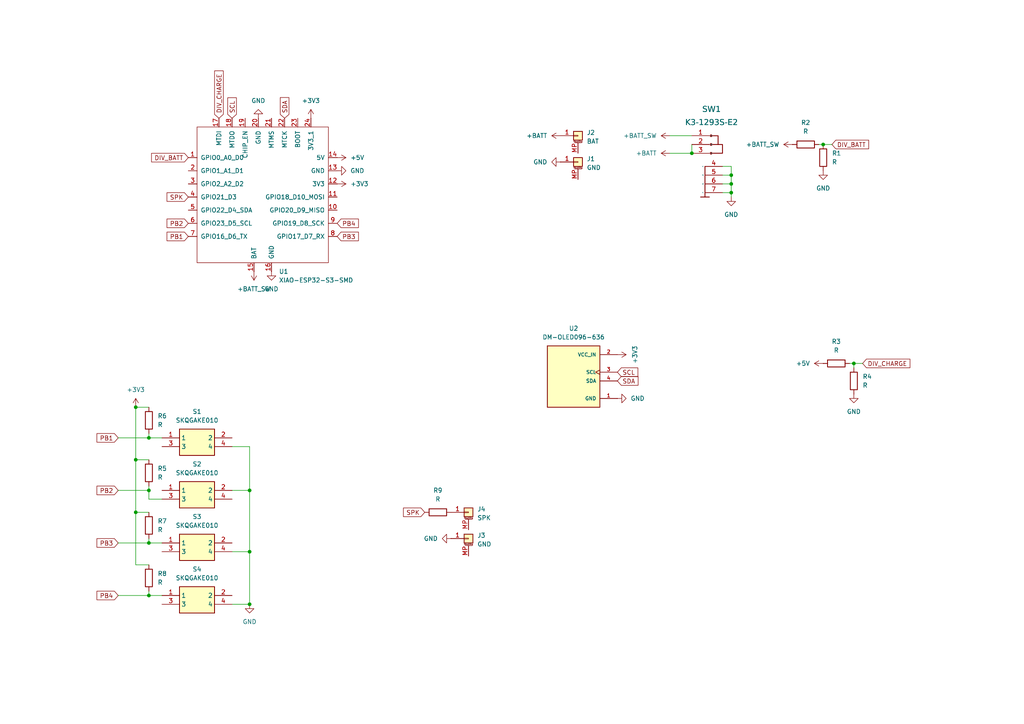
<source format=kicad_sch>
(kicad_sch (version 20250114) (generator "eeschema") (generator_version "9.0")
  (paper "A4")
  (lib_symbols
    (symbol "Connector_Generic_MountingPin:Conn_01x01_MountingPin" (pin_names (offset 1.016) (hide yes))
      (property "Reference" "J" (at 0 2.54 0))
      (property "Value" "Conn_01x01_MountingPin" (at 1.27 -2.54 0))
      (symbol "Conn_01x01_MountingPin_1_1"
        (rectangle (start -1.27 1.27) (end 1.27 -1.27) (stroke (width 0.254)) (fill (type background)))
        (rectangle (start -1.27 0.127) (end 0 -0.127) (stroke (width 0.1524)))
        (polyline (pts (xy -1.016 -2.032) (xy 1.016 -2.032)) (stroke (width 0.1524)))
        (text "Mounting" (at 0 -1.651 0) (effects (font (size 0.381 0.381))))
        (pin passive line (at -5.08 0 0) (length 3.81) (name "Pin_1") (number "1"))
        (pin passive line (at 0 -5.08 90) (length 3.048) (name "MountPin") (number "MP"))
      )
    )
    (symbol "DM-OLED096-636:DM-OLED096-636" (pin_names (offset 1.016))
      (property "Reference" "U" (at -7.62 10.922 0))
      (property "Value" "DM-OLED096-636" (at -7.62 -10.16 0))
      (symbol "DM-OLED096-636_0_0"
        (rectangle (start -7.62 -7.62) (end 7.62 10.16) (stroke (width 0.254)) (fill (type background)))
        (pin power_in line (at 12.7 7.62 180) (length 5.08) (name "VCC_IN") (number "2"))
        (pin input clock (at 12.7 2.54 180) (length 5.08) (name "SCL") (number "3"))
        (pin bidirectional line (at 12.7 0 180) (length 5.08) (name "SDA") (number "4"))
        (pin power_in line (at 12.7 -5.08 180) (length 5.08) (name "GND") (number "1"))
      )
    )
    (symbol "Device:R" (pin_numbers (hide yes)) (pin_names (offset 0))
      (property "Reference" "R" (at 2.032 0 90))
      (property "Value" "R" (at 0 0 90))
      (symbol "R_0_1"
        (rectangle (start -1.016 -2.54) (end 1.016 2.54) (stroke (width 0.254)))
      )
      (symbol "R_1_1"
        (pin passive line (at 0 3.81 270) (length 1.27) (name "~") (number "1"))
        (pin passive line (at 0 -3.81 90) (length 1.27) (name "~") (number "2"))
      )
    )
    (symbol "SCH_K3-1293S-E2:K3-1293S-E2"
      (property "Reference" "SW" (at -1.9812 8.8011 0))
      (property "Value" "K3-1293S-E2" (at -1.9812 6.4135 0))
      (symbol "K3-1293S-E2_0_0"
        (polyline (pts (xy -1.27 -16.51) (xy 1.27 -16.51)) (stroke (width 0.254)))
        (polyline (pts (xy 0 -7.62) (xy 0 -16.51)) (stroke (width 0.254)))
        (circle (center 1.778 1.27) (radius 0.254) (stroke (width 0.254)))
        (circle (center 1.778 -1.27) (radius 0.254) (stroke (width 0.254)))
        (circle (center 1.778 -3.81) (radius 0.254) (stroke (width 0.254)))
        (polyline (pts (xy 2.286 1.27) (xy 3.81 1.27) (xy 3.81 -1.27) (xy 2.286 -1.27)) (stroke (width 0.254)))
        (polyline (pts (xy 3.81 -1.27) (xy 5.08 -1.27) (xy 5.08 -3.81) (xy 2.286 -3.81)) (stroke (width 0.254)))
        (pin unspecified line (at -3.81 1.27 0) (length 5.08) (name "1") (number "1"))
        (pin unspecified line (at -3.81 -1.27 0) (length 5.08) (name "2") (number "2"))
        (pin unspecified line (at -3.81 -3.81 0) (length 5.08) (name "3") (number "3"))
        (pin unspecified line (at 5.08 -7.62 180) (length 5.08) (name "4") (number "4"))
        (pin unspecified line (at 5.08 -10.16 180) (length 5.08) (name "5") (number "5"))
        (pin unspecified line (at 5.08 -12.7 180) (length 5.08) (name "6") (number "6"))
        (pin unspecified line (at 5.08 -15.24 180) (length 5.08) (name "7") (number "7"))
      )
    )
    (symbol "SKQGAKE010:SKQGAKE010"
      (property "Reference" "S" (at 16.51 7.62 0))
      (property "Value" "SKQGAKE010" (at 16.51 5.08 0))
      (symbol "SKQGAKE010_1_1"
        (rectangle (start 5.08 2.54) (end 15.24 -5.08) (stroke (width 0.254)) (fill (type background)))
        (pin passive line (at 0 0 0) (length 5.08) (name "1") (number "1"))
        (pin passive line (at 0 -2.54 0) (length 5.08) (name "3") (number "3"))
        (pin passive line (at 20.32 0 180) (length 5.08) (name "2") (number "2"))
        (pin passive line (at 20.32 -2.54 180) (length 5.08) (name "4") (number "4"))
      )
    )
    (symbol "Seeed_Studio_XIAO_Series:XIAO-ESP32-C6-SMD" (pin_names (offset 1.016))
      (property "Reference" "U" (at -18.542 23.114 0))
      (property "Value" "XIAO-ESP32-S3-SMD" (at -8.382 21.336 0))
      (symbol "XIAO-ESP32-C6-SMD_0_1"
        (rectangle (start 19.05 -19.05) (end -19.05 20.32))
      )
      (symbol "XIAO-ESP32-C6-SMD_1_1"
        (pin passive line (at -21.59 11.43 0) (length 2.54) (name "GPIO0_A0_D0") (number "1"))
        (pin passive line (at -21.59 7.62 0) (length 2.54) (name "GPIO1_A1_D1") (number "2"))
        (pin passive line (at -21.59 3.81 0) (length 2.54) (name "GPIO2_A2_D2") (number "3"))
        (pin passive line (at -21.59 0 0) (length 2.54) (name "GPIO21_D3") (number "4"))
        (pin passive line (at -21.59 -3.81 0) (length 2.54) (name "GPIO22_D4_SDA") (number "5"))
        (pin passive line (at -21.59 -7.62 0) (length 2.54) (name "GPIO23_D5_SCL") (number "6"))
        (pin passive line (at -21.59 -11.43 0) (length 2.54) (name "GPIO16_D6_TX") (number "7"))
        (pin passive line (at -12.7 22.86 270) (length 2.54) (name "MTDI") (number "17"))
        (pin passive line (at -8.89 22.86 270) (length 2.54) (name "MTDO") (number "18"))
        (pin passive line (at -5.08 22.86 270) (length 2.54) (name "CHIP_EN") (number "19"))
        (pin passive line (at -2.54 -21.59 90) (length 2.54) (name "BAT") (number "15"))
        (pin passive line (at -1.27 22.86 270) (length 2.54) (name "GND") (number "20"))
        (pin passive line (at 2.54 22.86 270) (length 2.54) (name "MTMS") (number "21"))
        (pin passive line (at 2.54 -21.59 90) (length 2.54) (name "GND") (number "16"))
        (pin passive line (at 6.35 22.86 270) (length 2.54) (name "MTCK") (number "22"))
        (pin passive line (at 10.16 22.86 270) (length 2.54) (name "BOOT") (number "23"))
        (pin passive line (at 13.97 22.86 270) (length 2.54) (name "3V3_1") (number "24"))
        (pin passive line (at 21.59 11.43 180) (length 2.54) (name "5V") (number "14"))
        (pin passive line (at 21.59 7.62 180) (length 2.54) (name "GND") (number "13"))
        (pin passive line (at 21.59 3.81 180) (length 2.54) (name "3V3") (number "12"))
        (pin passive line (at 21.59 0 180) (length 2.54) (name "GPIO18_D10_MOSI") (number "11"))
        (pin passive line (at 21.59 -3.81 180) (length 2.54) (name "GPIO20_D9_MISO") (number "10"))
        (pin passive line (at 21.59 -7.62 180) (length 2.54) (name "GPIO19_D8_SCK") (number "9"))
        (pin passive line (at 21.59 -11.43 180) (length 2.54) (name "GPIO17_D7_RX") (number "8"))
      )
    )
    (symbol "power:+3V3" (power) (pin_numbers (hide yes)) (pin_names (offset 0) (hide yes))
      (property "Value" "+3V3" (at 0 3.556 0))
      (symbol "+3V3_0_1"
        (polyline (pts (xy -0.762 1.27) (xy 0 2.54)))
        (polyline (pts (xy 0 2.54) (xy 0.762 1.27)))
        (polyline (pts (xy 0 0) (xy 0 2.54)))
      )
      (symbol "+3V3_1_1"
        (pin power_in line (at 0 0 90) (length 0) (name "~") (number "1"))
      )
    )
    (symbol "power:+5V" (power) (pin_numbers (hide yes)) (pin_names (offset 0) (hide yes))
      (property "Value" "+5V" (at 0 3.556 0))
      (symbol "+5V_0_1"
        (polyline (pts (xy -0.762 1.27) (xy 0 2.54)))
        (polyline (pts (xy 0 2.54) (xy 0.762 1.27)))
        (polyline (pts (xy 0 0) (xy 0 2.54)))
      )
      (symbol "+5V_1_1"
        (pin power_in line (at 0 0 90) (length 0) (name "~") (number "1"))
      )
    )
    (symbol "power:+BATT" (power) (pin_numbers (hide yes)) (pin_names (offset 0) (hide yes))
      (property "Value" "+BATT" (at 0 3.556 0))
      (symbol "+BATT_0_1"
        (polyline (pts (xy -0.762 1.27) (xy 0 2.54)))
        (polyline (pts (xy 0 2.54) (xy 0.762 1.27)))
        (polyline (pts (xy 0 0) (xy 0 2.54)))
      )
      (symbol "+BATT_1_1"
        (pin power_in line (at 0 0 90) (length 0) (name "~") (number "1"))
      )
    )
    (symbol "power:GND" (power) (pin_numbers (hide yes)) (pin_names (offset 0) (hide yes))
      (property "Value" "GND" (at 0 -3.81 0))
      (symbol "GND_0_1"
        (polyline (pts (xy 0 0) (xy 0 -1.27) (xy 1.27 -1.27) (xy 0 -2.54) (xy -1.27 -1.27) (xy 0 -1.27)))
      )
      (symbol "GND_1_1"
        (pin power_in line (at 0 0 270) (length 0) (name "~") (number "1"))
      )
    )
  )
  (junction (at 39.37 133.35))
  (junction (at 200.66 44.45))
  (junction (at 247.65 105.41))
  (junction (at 39.37 148.59))
  (junction (at 43.18 157.48))
  (junction (at 72.39 160.02))
  (junction (at 212.09 55.88))
  (junction (at 72.39 175.26))
  (junction (at 212.09 53.34))
  (junction (at 43.18 172.72))
  (junction (at 72.39 142.24))
  (junction (at 238.76 41.91))
  (junction (at 43.18 127))
  (junction (at 43.18 142.24))
  (junction (at 212.09 50.8))
  (junction (at 39.37 118.11))
  (wire (pts (xy 43.18 133.35) (xy 39.37 133.35)))
  (wire (pts (xy 34.29 172.72) (xy 43.18 172.72)))
  (wire (pts (xy 39.37 133.35) (xy 39.37 118.11)))
  (wire (pts (xy 46.99 172.72) (xy 43.18 172.72)))
  (wire (pts (xy 46.99 127) (xy 43.18 127)))
  (wire (pts (xy 67.31 160.02) (xy 72.39 160.02)))
  (wire (pts (xy 200.66 41.91) (xy 200.66 44.45)))
  (wire (pts (xy 212.09 50.8) (xy 212.09 53.34)))
  (wire (pts (xy 34.29 142.24) (xy 43.18 142.24)))
  (wire (pts (xy 247.65 105.41) (xy 250.19 105.41)))
  (wire (pts (xy 72.39 142.24) (xy 72.39 160.02)))
  (wire (pts (xy 247.65 106.68) (xy 247.65 105.41)))
  (wire (pts (xy 67.31 175.26) (xy 72.39 175.26)))
  (wire (pts (xy 72.39 129.54) (xy 72.39 142.24)))
  (wire (pts (xy 194.31 44.45) (xy 200.66 44.45)))
  (wire (pts (xy 34.29 127) (xy 43.18 127)))
  (wire (pts (xy 43.18 142.24) (xy 43.18 140.97)))
  (wire (pts (xy 72.39 160.02) (xy 72.39 175.26)))
  (wire (pts (xy 43.18 144.78) (xy 43.18 142.24)))
  (wire (pts (xy 39.37 118.11) (xy 43.18 118.11)))
  (wire (pts (xy 209.55 48.26) (xy 212.09 48.26)))
  (wire (pts (xy 43.18 127) (xy 43.18 125.73)))
  (wire (pts (xy 46.99 144.78) (xy 43.18 144.78)))
  (wire (pts (xy 67.31 129.54) (xy 72.39 129.54)))
  (wire (pts (xy 238.76 41.91) (xy 241.3 41.91)))
  (wire (pts (xy 209.55 53.34) (xy 212.09 53.34)))
  (wire (pts (xy 43.18 172.72) (xy 43.18 171.45)))
  (wire (pts (xy 212.09 55.88) (xy 212.09 57.15)))
  (wire (pts (xy 46.99 157.48) (xy 43.18 157.48)))
  (wire (pts (xy 212.09 53.34) (xy 212.09 55.88)))
  (wire (pts (xy 43.18 148.59) (xy 39.37 148.59)))
  (wire (pts (xy 237.49 41.91) (xy 238.76 41.91)))
  (wire (pts (xy 34.29 157.48) (xy 43.18 157.48)))
  (wire (pts (xy 39.37 148.59) (xy 39.37 133.35)))
  (wire (pts (xy 194.31 39.37) (xy 200.66 39.37)))
  (wire (pts (xy 43.18 157.48) (xy 43.18 156.21)))
  (wire (pts (xy 67.31 142.24) (xy 72.39 142.24)))
  (wire (pts (xy 43.18 163.83) (xy 39.37 163.83)))
  (wire (pts (xy 209.55 55.88) (xy 212.09 55.88)))
  (wire (pts (xy 209.55 50.8) (xy 212.09 50.8)))
  (wire (pts (xy 212.09 48.26) (xy 212.09 50.8)))
  (wire (pts (xy 39.37 163.83) (xy 39.37 148.59)))
  (wire (pts (xy 246.38 105.41) (xy 247.65 105.41)))
  (global_label "SCL" (shape input) (at 179.07 107.95 0) (property "Intersheetrefs" "${INTERSHEET_REFS}" (effects (hide yes))))
  (global_label "SDA" (shape input) (at 82.55 34.29 90) (property "Intersheetrefs" "${INTERSHEET_REFS}" (effects (hide yes))))
  (global_label "PB1" (shape input) (at 34.29 127 180) (property "Intersheetrefs" "${INTERSHEET_REFS}" (effects (hide yes))))
  (global_label "PB4" (shape input) (at 97.79 64.77 0) (property "Intersheetrefs" "${INTERSHEET_REFS}" (effects (hide yes))))
  (global_label "SDA" (shape input) (at 179.07 110.49 0) (property "Intersheetrefs" "${INTERSHEET_REFS}" (effects (hide yes))))
  (global_label "PB3" (shape input) (at 34.29 157.48 180) (property "Intersheetrefs" "${INTERSHEET_REFS}" (effects (hide yes))))
  (global_label "DIV_BATT" (shape input) (at 241.3 41.91 0) (property "Intersheetrefs" "${INTERSHEET_REFS}" (effects (hide yes))))
  (global_label "PB2" (shape input) (at 54.61 64.77 180) (property "Intersheetrefs" "${INTERSHEET_REFS}" (effects (hide yes))))
  (global_label "PB3" (shape input) (at 97.79 68.58 0) (property "Intersheetrefs" "${INTERSHEET_REFS}" (effects (hide yes))))
  (global_label "DIV_CHARGE" (shape input) (at 250.19 105.41 0) (property "Intersheetrefs" "${INTERSHEET_REFS}" (effects (hide yes))))
  (global_label "SPK" (shape input) (at 54.61 57.15 180) (property "Intersheetrefs" "${INTERSHEET_REFS}" (effects (hide yes))))
  (global_label "DIV_BATT" (shape input) (at 54.61 45.72 180) (property "Intersheetrefs" "${INTERSHEET_REFS}" (effects (hide yes))))
  (global_label "PB2" (shape input) (at 34.29 142.24 180) (property "Intersheetrefs" "${INTERSHEET_REFS}" (effects (hide yes))))
  (global_label "SPK" (shape input) (at 123.19 148.59 180) (property "Intersheetrefs" "${INTERSHEET_REFS}" (effects (hide yes))))
  (global_label "PB1" (shape input) (at 54.61 68.58 180) (property "Intersheetrefs" "${INTERSHEET_REFS}" (effects (hide yes))))
  (global_label "PB4" (shape input) (at 34.29 172.72 180) (property "Intersheetrefs" "${INTERSHEET_REFS}" (effects (hide yes))))
  (global_label "SCL" (shape input) (at 67.31 34.29 90) (property "Intersheetrefs" "${INTERSHEET_REFS}" (effects (hide yes))))
  (global_label "DIV_CHARGE" (shape input) (at 63.5 34.29 90) (property "Intersheetrefs" "${INTERSHEET_REFS}" (effects (hide yes))))
  (symbol (lib_id "power:+BATT") (at 194.31 44.45 90) (unit 1)
    (property "Reference" "#PWR017" (effects (hide yes)))
    (property "Value" "+BATT" (at 190.5 44.4499 90) (effects (justify left)))
    (property "Description" "Power symbol creates a global label with name \"+BATT\"" (effects (hide yes)))
  )
  (symbol (lib_id "power:GND") (at 238.76 49.53 0) (unit 1)
    (property "Reference" "#PWR06" (effects (hide yes)))
    (property "Value" "GND" (at 238.76 54.61 0))
    (property "Description" "Power symbol creates a global label with name \"GND\" , ground" (effects (hide yes)))
  )
  (symbol (lib_id "Connector_Generic_MountingPin:Conn_01x01_MountingPin") (at 167.64 39.37 0) (unit 1)
    (property "Reference" "J2" (at 170.18 38.4555 0) (effects (justify left)))
    (property "Value" "BAT" (at 170.18 40.9955 0) (effects (justify left)))
    (property "Footprint" "TestPoint:TestPoint_Pad_D1.5mm" (effects (hide yes)))
    (property "Description" "Generic connectable mounting pin connector, single row, 01x01, script generated (kicad-library-utils/schlib/autogen/connector/)" (effects (hide yes)))
  )
  (symbol (lib_id "Device:R") (at 242.57 105.41 90) (unit 1)
    (property "Reference" "R3" (at 242.57 99.06 90))
    (property "Value" "R" (at 242.57 101.6 90))
    (property "Footprint" "Resistor_SMD:R_0805_2012Metric_Pad1.20x1.40mm_HandSolder" (effects (hide yes)))
    (property "Description" "Resistor" (effects (hide yes)))
  )
  (symbol (lib_id "Connector_Generic_MountingPin:Conn_01x01_MountingPin") (at 135.89 148.59 0) (unit 1)
    (property "Reference" "J4" (at 138.43 147.6755 0) (effects (justify left)))
    (property "Value" "SPK" (at 138.43 150.2155 0) (effects (justify left)))
    (property "Footprint" "TestPoint:TestPoint_Pad_D1.5mm" (effects (hide yes)))
    (property "Description" "Generic connectable mounting pin connector, single row, 01x01, script generated (kicad-library-utils/schlib/autogen/connector/)" (effects (hide yes)))
  )
  (symbol (lib_id "SKQGAKE010:SKQGAKE010") (at 46.99 127 0) (unit 1)
    (property "Reference" "S1" (at 57.15 119.38 0))
    (property "Value" "SKQGAKE010" (at 57.15 121.92 0))
    (property "Footprint" "Library:SKQGAKE010" (effects (hide yes)))
    (property "Description" "Tact switch,SMT,SPST,with stem,3.43N o/f Stem Tactile Switch, SPST-NO 50 mA 1.5mm" (effects (hide yes)))
    (property "Mouser Part Number" "688-SKQGAKE010" (effects (hide yes)))
    (property "Mouser Price/Stock" "https://www.mouser.co.uk/ProductDetail/Alps-Alpine/SKQGAKE010?qs=6EGMNY9ZYDT%2FL8q647gzYA%3D%3D" (effects (hide yes)))
    (property "Manufacturer_Name" "ALPS Electric" (effects (hide yes)))
    (property "Manufacturer_Part_Number" "SKQGAKE010" (effects (hide yes)))
  )
  (symbol (lib_id "SKQGAKE010:SKQGAKE010") (at 46.99 142.24 0) (unit 1)
    (property "Reference" "S2" (at 57.15 134.62 0))
    (property "Value" "SKQGAKE010" (at 57.15 137.16 0))
    (property "Footprint" "Library:SKQGAKE010" (effects (hide yes)))
    (property "Description" "Tact switch,SMT,SPST,with stem,3.43N o/f Stem Tactile Switch, SPST-NO 50 mA 1.5mm" (effects (hide yes)))
    (property "Mouser Part Number" "688-SKQGAKE010" (effects (hide yes)))
    (property "Mouser Price/Stock" "https://www.mouser.co.uk/ProductDetail/Alps-Alpine/SKQGAKE010?qs=6EGMNY9ZYDT%2FL8q647gzYA%3D%3D" (effects (hide yes)))
    (property "Manufacturer_Name" "ALPS Electric" (effects (hide yes)))
    (property "Manufacturer_Part_Number" "SKQGAKE010" (effects (hide yes)))
  )
  (symbol (lib_id "power:+3V3") (at 179.07 102.87 270) (unit 1)
    (property "Reference" "#PWR09" (effects (hide yes)))
    (property "Value" "+3V3" (at 184.15 102.87 0))
    (property "Description" "Power symbol creates a global label with name \"+3V3\"" (effects (hide yes)))
  )
  (symbol (lib_id "Device:R") (at 247.65 110.49 0) (unit 1)
    (property "Reference" "R4" (at 250.19 109.2199 0) (effects (justify left)))
    (property "Value" "R" (at 250.19 111.7599 0) (effects (justify left)))
    (property "Footprint" "Resistor_SMD:R_0805_2012Metric_Pad1.20x1.40mm_HandSolder" (effects (hide yes)))
    (property "Description" "Resistor" (effects (hide yes)))
  )
  (symbol (lib_id "Device:R") (at 233.68 41.91 90) (unit 1)
    (property "Reference" "R2" (at 233.68 35.56 90))
    (property "Value" "R" (at 233.68 38.1 90))
    (property "Footprint" "Resistor_SMD:R_0805_2012Metric_Pad1.20x1.40mm_HandSolder" (effects (hide yes)))
    (property "Description" "Resistor" (effects (hide yes)))
  )
  (symbol (lib_id "SCH_K3-1293S-E2:K3-1293S-E2") (at 204.47 40.64 0) (unit 1)
    (property "Reference" "SW1" (at 206.375 31.75 0) (effects (font (size 1.6891 1.6891))))
    (property "Value" "K3-1293S-E2" (at 206.375 35.56 0) (effects (font (size 1.6891 1.6891))))
    (property "Footprint" "PCB_K3-1293S-E2:SW-TH_K3-1293S-E2" (effects (hide yes)))
    (property "Manufacturer Part" "K3-1293S-E2" (effects (hide yes)))
    (property "Manufacturer" "韩国韩荣" (effects (hide yes)))
    (property "Supplier Part" "C145852" (effects (hide yes)))
    (property "Supplier" "LCSC" (effects (hide yes)))
  )
  (symbol (lib_id "power:GND") (at 179.07 115.57 90) (unit 1)
    (property "Reference" "#PWR011" (effects (hide yes)))
    (property "Value" "GND" (at 182.88 115.5699 90) (effects (justify right)))
    (property "Description" "Power symbol creates a global label with name \"GND\" , ground" (effects (hide yes)))
  )
  (symbol (lib_id "Device:R") (at 127 148.59 90) (unit 1)
    (property "Reference" "R9" (at 127 142.24 90))
    (property "Value" "R" (at 127 144.78 90))
    (property "Footprint" "Resistor_SMD:R_0805_2012Metric_Pad1.20x1.40mm_HandSolder" (effects (hide yes)))
    (property "Description" "Resistor" (effects (hide yes)))
  )
  (symbol (lib_id "power:+3V3") (at 39.37 118.11 0) (unit 1)
    (property "Reference" "#PWR023" (effects (hide yes)))
    (property "Value" "+3V3" (at 39.37 113.03 0))
    (property "Description" "Power symbol creates a global label with name \"+3V3\"" (effects (hide yes)))
  )
  (symbol (lib_id "power:+5V") (at 238.76 105.41 90) (unit 1)
    (property "Reference" "#PWR014" (effects (hide yes)))
    (property "Value" "+5V" (at 234.95 105.4099 90) (effects (justify left)))
    (property "Description" "Power symbol creates a global label with name \"+5V\"" (effects (hide yes)))
  )
  (symbol (lib_id "SKQGAKE010:SKQGAKE010") (at 46.99 157.48 0) (unit 1)
    (property "Reference" "S3" (at 57.15 149.86 0))
    (property "Value" "SKQGAKE010" (at 57.15 152.4 0))
    (property "Footprint" "Library:SKQGAKE010" (effects (hide yes)))
    (property "Description" "Tact switch,SMT,SPST,with stem,3.43N o/f Stem Tactile Switch, SPST-NO 50 mA 1.5mm" (effects (hide yes)))
    (property "Mouser Part Number" "688-SKQGAKE010" (effects (hide yes)))
    (property "Mouser Price/Stock" "https://www.mouser.co.uk/ProductDetail/Alps-Alpine/SKQGAKE010?qs=6EGMNY9ZYDT%2FL8q647gzYA%3D%3D" (effects (hide yes)))
    (property "Manufacturer_Name" "ALPS Electric" (effects (hide yes)))
    (property "Manufacturer_Part_Number" "SKQGAKE010" (effects (hide yes)))
  )
  (symbol (lib_id "DM-OLED096-636:DM-OLED096-636") (at 166.37 110.49 0) (unit 1)
    (property "Reference" "U2" (at 166.37 95.25 0))
    (property "Value" "DM-OLED096-636" (at 166.37 97.79 0))
    (property "Footprint" "Library:MODULE_DM-OLED096-636" (effects (hide yes)))
    (property "MF" "Display Module" (effects (hide yes)))
    (property "MAXIMUM_PACKAGE_HEIGHT" "11.3 mm" (effects (hide yes)))
    (property "Package" "Package" (effects (hide yes)))
    (property "Price" "None" (effects (hide yes)))
    (property "Check_prices" "https://www.snapeda.com/parts/DM-OLED096-636/Display+Module/view-part/?ref=eda" (effects (hide yes)))
    (property "STANDARD" "Manufacturer Recommendations" (effects (hide yes)))
    (property "PARTREV" "2018-09-10" (effects (hide yes)))
    (property "SnapEDA_Link" "https://www.snapeda.com/parts/DM-OLED096-636/Display+Module/view-part/?ref=snap" (effects (hide yes)))
    (property "MP" "DM-OLED096-636" (effects (hide yes)))
    (property "Description_1" "0.96” 128 X 64 MONOCHROME GRAPHIC OLED DISPLAY MODULE - I2C" (effects (hide yes)))
    (property "Availability" "Not in stock" (effects (hide yes)))
    (property "MANUFACTURER" "Displaymodule" (effects (hide yes)))
  )
  (symbol (lib_id "power:GND") (at 130.81 156.21 270) (unit 1)
    (property "Reference" "#PWR019" (effects (hide yes)))
    (property "Value" "GND" (at 127 156.2099 90) (effects (justify right)))
    (property "Description" "Power symbol creates a global label with name \"GND\" , ground" (effects (hide yes)))
  )
  (symbol (lib_id "power:GND") (at 74.93 34.29 180) (unit 1)
    (property "Reference" "#PWR012" (effects (hide yes)))
    (property "Value" "GND" (at 74.93 29.21 0))
    (property "Description" "Power symbol creates a global label with name \"GND\" , ground" (effects (hide yes)))
  )
  (symbol (lib_id "power:+3V3") (at 97.79 53.34 270) (unit 1)
    (property "Reference" "#PWR08" (effects (hide yes)))
    (property "Value" "+3V3" (at 101.6 53.3399 90) (effects (justify left)))
    (property "Description" "Power symbol creates a global label with name \"+3V3\"" (effects (hide yes)))
  )
  (symbol (lib_id "Device:R") (at 238.76 45.72 0) (unit 1)
    (property "Reference" "R1" (at 241.3 44.4499 0) (effects (justify left)))
    (property "Value" "R" (at 241.3 46.9899 0) (effects (justify left)))
    (property "Footprint" "Resistor_SMD:R_0805_2012Metric_Pad1.20x1.40mm_HandSolder" (effects (hide yes)))
    (property "Description" "Resistor" (effects (hide yes)))
  )
  (symbol (lib_id "power:+BATT") (at 73.66 78.74 180) (unit 1)
    (property "Reference" "#PWR02" (effects (hide yes)))
    (property "Value" "+BATT_SW" (at 73.66 83.82 0))
    (property "Description" "Power symbol creates a global label with name \"+BATT\"" (effects (hide yes)))
  )
  (symbol (lib_id "Connector_Generic_MountingPin:Conn_01x01_MountingPin") (at 135.89 156.21 0) (unit 1)
    (property "Reference" "J3" (at 138.43 155.2955 0) (effects (justify left)))
    (property "Value" "GND" (at 138.43 157.8355 0) (effects (justify left)))
    (property "Footprint" "TestPoint:TestPoint_Pad_1.5x1.5mm" (effects (hide yes)))
    (property "Description" "Generic connectable mounting pin connector, single row, 01x01, script generated (kicad-library-utils/schlib/autogen/connector/)" (effects (hide yes)))
  )
  (symbol (lib_id "power:+3V3") (at 90.17 34.29 0) (unit 1)
    (property "Reference" "#PWR013" (effects (hide yes)))
    (property "Value" "+3V3" (at 90.17 29.21 0))
    (property "Description" "Power symbol creates a global label with name \"+3V3\"" (effects (hide yes)))
  )
  (symbol (lib_id "power:GND") (at 212.09 57.15 0) (unit 1)
    (property "Reference" "#PWR05" (effects (hide yes)))
    (property "Value" "GND" (at 212.09 62.23 0))
    (property "Description" "Power symbol creates a global label with name \"GND\" , ground" (effects (hide yes)))
  )
  (symbol (lib_id "Device:R") (at 43.18 152.4 180) (unit 1)
    (property "Reference" "R7" (at 45.72 151.1299 0) (effects (justify right)))
    (property "Value" "R" (at 45.72 153.6699 0) (effects (justify right)))
    (property "Footprint" "Resistor_SMD:R_0805_2012Metric_Pad1.20x1.40mm_HandSolder" (effects (hide yes)))
    (property "Description" "Resistor" (effects (hide yes)))
  )
  (symbol (lib_id "power:GND") (at 72.39 175.26 0) (unit 1)
    (property "Reference" "#PWR022" (effects (hide yes)))
    (property "Value" "GND" (at 72.39 180.34 0))
    (property "Description" "Power symbol creates a global label with name \"GND\" , ground" (effects (hide yes)))
  )
  (symbol (lib_id "power:GND") (at 78.74 78.74 0) (unit 1)
    (property "Reference" "#PWR03" (effects (hide yes)))
    (property "Value" "GND" (at 78.74 83.82 0))
    (property "Description" "Power symbol creates a global label with name \"GND\" , ground" (effects (hide yes)))
  )
  (symbol (lib_id "power:GND") (at 247.65 114.3 0) (unit 1)
    (property "Reference" "#PWR015" (effects (hide yes)))
    (property "Value" "GND" (at 247.65 119.38 0))
    (property "Description" "Power symbol creates a global label with name \"GND\" , ground" (effects (hide yes)))
  )
  (symbol (lib_id "Device:R") (at 43.18 137.16 180) (unit 1)
    (property "Reference" "R5" (at 45.72 135.8899 0) (effects (justify right)))
    (property "Value" "R" (at 45.72 138.4299 0) (effects (justify right)))
    (property "Footprint" "Resistor_SMD:R_0805_2012Metric_Pad1.20x1.40mm_HandSolder" (effects (hide yes)))
    (property "Description" "Resistor" (effects (hide yes)))
  )
  (symbol (lib_id "power:+BATT") (at 194.31 39.37 90) (unit 1)
    (property "Reference" "#PWR018" (effects (hide yes)))
    (property "Value" "+BATT_SW" (at 190.5 39.3699 90) (effects (justify left)))
    (property "Description" "Power symbol creates a global label with name \"+BATT\"" (effects (hide yes)))
  )
  (symbol (lib_id "power:+BATT") (at 229.87 41.91 90) (unit 1)
    (property "Reference" "#PWR07" (effects (hide yes)))
    (property "Value" "+BATT_SW" (at 226.06 41.9099 90) (effects (justify left)))
    (property "Description" "Power symbol creates a global label with name \"+BATT\"" (effects (hide yes)))
  )
  (symbol (lib_id "power:GND") (at 162.56 46.99 270) (unit 1)
    (property "Reference" "#PWR04" (effects (hide yes)))
    (property "Value" "GND" (at 158.75 46.9899 90) (effects (justify right)))
    (property "Description" "Power symbol creates a global label with name \"GND\" , ground" (effects (hide yes)))
  )
  (symbol (lib_id "power:GND") (at 97.79 49.53 90) (unit 1)
    (property "Reference" "#PWR010" (effects (hide yes)))
    (property "Value" "GND" (at 101.6 49.5299 90) (effects (justify right)))
    (property "Description" "Power symbol creates a global label with name \"GND\" , ground" (effects (hide yes)))
  )
  (symbol (lib_id "SKQGAKE010:SKQGAKE010") (at 46.99 172.72 0) (unit 1)
    (property "Reference" "S4" (at 57.15 165.1 0))
    (property "Value" "SKQGAKE010" (at 57.15 167.64 0))
    (property "Footprint" "Library:SKQGAKE010" (effects (hide yes)))
    (property "Description" "Tact switch,SMT,SPST,with stem,3.43N o/f Stem Tactile Switch, SPST-NO 50 mA 1.5mm" (effects (hide yes)))
    (property "Mouser Part Number" "688-SKQGAKE010" (effects (hide yes)))
    (property "Mouser Price/Stock" "https://www.mouser.co.uk/ProductDetail/Alps-Alpine/SKQGAKE010?qs=6EGMNY9ZYDT%2FL8q647gzYA%3D%3D" (effects (hide yes)))
    (property "Manufacturer_Name" "ALPS Electric" (effects (hide yes)))
    (property "Manufacturer_Part_Number" "SKQGAKE010" (effects (hide yes)))
  )
  (symbol (lib_id "Seeed_Studio_XIAO_Series:XIAO-ESP32-C6-SMD") (at 76.2 57.15 0) (unit 1)
    (property "Reference" "U1" (at 80.8833 78.74 0) (effects (justify left)))
    (property "Value" "XIAO-ESP32-S3-SMD" (at 80.8833 81.28 0) (effects (justify left)))
    (property "Footprint" "Library:XIAO-ESP32C6-SMD" (effects (hide yes)))
  )
  (symbol (lib_id "Device:R") (at 43.18 121.92 180) (unit 1)
    (property "Reference" "R6" (at 45.72 120.6499 0) (effects (justify right)))
    (property "Value" "R" (at 45.72 123.1899 0) (effects (justify right)))
    (property "Footprint" "Resistor_SMD:R_0805_2012Metric_Pad1.20x1.40mm_HandSolder" (effects (hide yes)))
    (property "Description" "Resistor" (effects (hide yes)))
  )
  (symbol (lib_id "power:+5V") (at 97.79 45.72 270) (unit 1)
    (property "Reference" "#PWR016" (effects (hide yes)))
    (property "Value" "+5V" (at 101.6 45.7199 90) (effects (justify left)))
    (property "Description" "Power symbol creates a global label with name \"+5V\"" (effects (hide yes)))
  )
  (symbol (lib_id "power:+BATT") (at 162.56 39.37 90) (unit 1)
    (property "Reference" "#PWR01" (effects (hide yes)))
    (property "Value" "+BATT" (at 158.75 39.3699 90) (effects (justify left)))
    (property "Description" "Power symbol creates a global label with name \"+BATT\"" (effects (hide yes)))
  )
  (symbol (lib_id "Device:R") (at 43.18 167.64 180) (unit 1)
    (property "Reference" "R8" (at 45.72 166.3699 0) (effects (justify right)))
    (property "Value" "R" (at 45.72 168.9099 0) (effects (justify right)))
    (property "Footprint" "Resistor_SMD:R_0805_2012Metric_Pad1.20x1.40mm_HandSolder" (effects (hide yes)))
    (property "Description" "Resistor" (effects (hide yes)))
  )
  (symbol (lib_id "Connector_Generic_MountingPin:Conn_01x01_MountingPin") (at 167.64 46.99 0) (unit 1)
    (property "Reference" "J1" (at 170.18 46.0755 0) (effects (justify left)))
    (property "Value" "GND" (at 170.18 48.6155 0) (effects (justify left)))
    (property "Footprint" "TestPoint:TestPoint_Pad_1.5x1.5mm" (effects (hide yes)))
    (property "Description" "Generic connectable mounting pin connector, single row, 01x01, script generated (kicad-library-utils/schlib/autogen/connector/)" (effects (hide yes)))
  )
)
</source>
